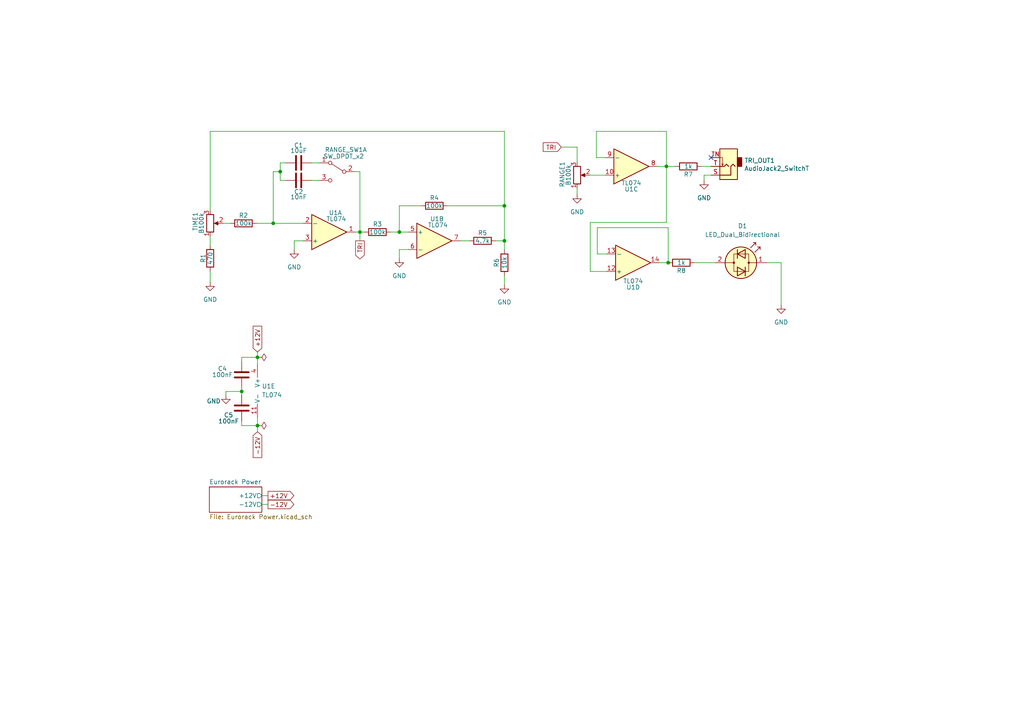
<source format=kicad_sch>
(kicad_sch (version 20211123) (generator eeschema)
  (paper "A4")
  (title_block (title "MiniLFO") (rev "v1.0"))
  (lib_symbols
    (symbol "Amplifier_Operational:TL074" (pin_names (offset 0.127))
      (property "Reference" "U" (at 0 5.08 0))
      (property "Value" "TL074" (at 0 -5.08 0))
      (symbol "TL074_1_1"
        (polyline (pts (xy -5.08 5.08) (xy 5.08 0) (xy -5.08 -5.08) (xy -5.08 5.08)) (stroke (width 0.254)) (fill (type background)))
        (pin output line (at 7.62 0 180) (length 2.54) (name "~") (number "1"))
        (pin input line (at -7.62 -2.54 0) (length 2.54) (name "-") (number "2"))
        (pin input line (at -7.62 2.54 0) (length 2.54) (name "+") (number "3"))
      )
      (symbol "TL074_2_1"
        (polyline (pts (xy -5.08 5.08) (xy 5.08 0) (xy -5.08 -5.08) (xy -5.08 5.08)) (stroke (width 0.254)) (fill (type background)))
        (pin input line (at -7.62 2.54 0) (length 2.54) (name "+") (number "5"))
        (pin input line (at -7.62 -2.54 0) (length 2.54) (name "-") (number "6"))
        (pin output line (at 7.62 0 180) (length 2.54) (name "~") (number "7"))
      )
      (symbol "TL074_3_1"
        (polyline (pts (xy -5.08 5.08) (xy 5.08 0) (xy -5.08 -5.08) (xy -5.08 5.08)) (stroke (width 0.254)) (fill (type background)))
        (pin input line (at -7.62 2.54 0) (length 2.54) (name "+") (number "10"))
        (pin output line (at 7.62 0 180) (length 2.54) (name "~") (number "8"))
        (pin input line (at -7.62 -2.54 0) (length 2.54) (name "-") (number "9"))
      )
      (symbol "TL074_4_1"
        (polyline (pts (xy -5.08 5.08) (xy 5.08 0) (xy -5.08 -5.08) (xy -5.08 5.08)) (stroke (width 0.254)) (fill (type background)))
        (pin input line (at -7.62 2.54 0) (length 2.54) (name "+") (number "12"))
        (pin input line (at -7.62 -2.54 0) (length 2.54) (name "-") (number "13"))
        (pin output line (at 7.62 0 180) (length 2.54) (name "~") (number "14"))
      )
      (symbol "TL074_5_1"
        (pin power_in line (at -2.54 -7.62 90) (length 3.81) (name "V-") (number "11"))
        (pin power_in line (at -2.54 7.62 270) (length 3.81) (name "V+") (number "4"))
      )
    )
    (symbol "Connector:AudioJack2_SwitchT"
      (property "Reference" "J" (at 0 8.89 0))
      (property "Value" "AudioJack2_SwitchT" (at 0 6.35 0))
      (symbol "AudioJack2_SwitchT_0_1"
        (rectangle (start -2.54 0) (end -3.81 -2.54) (stroke (width 0.254)) (fill (type outline)))
        (polyline (pts (xy 1.778 -0.254) (xy 2.032 -0.762)))
        (polyline (pts (xy 0 0) (xy 0.635 -0.635) (xy 1.27 0) (xy 2.54 0)) (stroke (width 0.254)))
        (polyline (pts (xy 2.54 -2.54) (xy 1.778 -2.54) (xy 1.778 -0.254) (xy 1.524 -0.762)))
        (polyline (pts (xy 2.54 2.54) (xy -0.635 2.54) (xy -0.635 0) (xy -1.27 -0.635) (xy -1.905 0)) (stroke (width 0.254)))
        (rectangle (start 2.54 3.81) (end -2.54 -5.08) (stroke (width 0.254)) (fill (type background)))
      )
      (symbol "AudioJack2_SwitchT_1_1"
        (pin passive line (at 5.08 2.54 180) (length 2.54) (name "~") (number "S"))
        (pin passive line (at 5.08 0 180) (length 2.54) (name "~") (number "T"))
        (pin passive line (at 5.08 -2.54 180) (length 2.54) (name "~") (number "TN"))
      )
    )
    (symbol "Device:C" (pin_numbers hide) (pin_names (offset 0.254))
      (property "Reference" "C" (at 0.635 2.54 0))
      (property "Value" "C" (at 0.635 -2.54 0))
      (symbol "C_0_1"
        (polyline (pts (xy -2.032 -0.762) (xy 2.032 -0.762)) (stroke (width 0.508)))
        (polyline (pts (xy -2.032 0.762) (xy 2.032 0.762)) (stroke (width 0.508)))
      )
      (symbol "C_1_1"
        (pin passive line (at 0 3.81 270) (length 2.794) (name "~") (number "1"))
        (pin passive line (at 0 -3.81 90) (length 2.794) (name "~") (number "2"))
      )
    )
    (symbol "Device:LED_Dual_Bidirectional" (pin_names (offset 0) hide)
      (property "Reference" "D" (at 0 5.715 0))
      (property "Value" "LED_Dual_Bidirectional" (at 0 -6.35 0))
      (symbol "LED_Dual_Bidirectional_0_1"
        (circle (center -2.032 0) (radius 0.254) (fill (type outline)))
        (polyline (pts (xy -4.572 0) (xy -2.54 0)))
        (polyline (pts (xy -2.032 0) (xy -2.54 0)))
        (polyline (pts (xy -1.016 3.81) (xy -1.016 1.27)) (stroke (width 0.254)))
        (polyline (pts (xy 1.27 -1.27) (xy 1.27 -3.81)) (stroke (width 0.254)))
        (polyline (pts (xy 4.064 0) (xy 2.286 0)) (fill (type outline)))
        (polyline (pts (xy 4.318 5.842) (xy 4.318 5.08)) (stroke (width 0.2032)))
        (polyline (pts (xy 5.588 4.572) (xy 5.588 3.81)) (stroke (width 0.2032)))
        (polyline (pts (xy 2.794 4.318) (xy 4.318 5.842) (xy 3.556 5.842)) (stroke (width 0.2032)))
        (polyline (pts (xy 4.064 3.048) (xy 5.588 4.572) (xy 4.826 4.572)) (stroke (width 0.2032)))
        (polyline (pts (xy -1.016 -1.27) (xy -1.016 -3.81) (xy 1.27 -2.54) (xy -1.016 -1.27)) (stroke (width 0.254)))
        (polyline (pts (xy 1.27 3.81) (xy 1.27 1.27) (xy -1.016 2.54) (xy 1.27 3.81)) (stroke (width 0.254)))
        (polyline (pts (xy 2.286 2.54) (xy -2.032 2.54) (xy -2.032 -2.54) (xy 2.286 -2.54) (xy 2.286 2.54)))
        (circle (center 0 0) (radius 4.572) (stroke (width 0.254)) (fill (type background)))
        (circle (center 2.286 0) (radius 0.254) (fill (type outline)))
      )
      (symbol "LED_Dual_Bidirectional_1_1"
        (pin input line (at 7.62 0 180) (length 3.81) (name "KA") (number "1"))
        (pin input line (at -7.62 0 0) (length 3.048) (name "AK") (number "2"))
      )
    )
    (symbol "Device:R" (pin_numbers hide) (pin_names (offset 0))
      (property "Reference" "R" (at 2.032 0 90))
      (property "Value" "R" (at 0 0 90))
      (symbol "R_0_1"
        (rectangle (start -1.016 -2.54) (end 1.016 2.54) (stroke (width 0.254)))
      )
      (symbol "R_1_1"
        (pin passive line (at 0 3.81 270) (length 1.27) (name "~") (number "1"))
        (pin passive line (at 0 -3.81 90) (length 1.27) (name "~") (number "2"))
      )
    )
    (symbol "Device:R_Potentiometer" (pin_names (offset 1.016) hide)
      (property "Reference" "RV" (at -4.445 0 90))
      (property "Value" "R_Potentiometer" (at -2.54 0 90))
      (symbol "R_Potentiometer_0_1"
        (polyline (pts (xy 2.54 0) (xy 1.524 0)))
        (polyline (pts (xy 1.143 0) (xy 2.286 0.508) (xy 2.286 -0.508) (xy 1.143 0)) (fill (type outline)))
        (rectangle (start 1.016 2.54) (end -1.016 -2.54) (stroke (width 0.254)))
      )
      (symbol "R_Potentiometer_1_1"
        (pin passive line (at 0 3.81 270) (length 1.27) (name "1") (number "1"))
        (pin passive line (at 3.81 0 180) (length 1.27) (name "2") (number "2"))
        (pin passive line (at 0 -3.81 90) (length 1.27) (name "3") (number "3"))
      )
    )
    (symbol "Switch:SW_DPDT_x2" (pin_names (offset 0) hide)
      (property "Reference" "SW" (at 0 4.318 0))
      (property "Value" "SW_DPDT_x2" (at 0 -5.08 0))
      (symbol "SW_DPDT_x2_0_0"
        (circle (center -2.032 0) (radius 0.508))
        (circle (center 2.032 -2.54) (radius 0.508))
      )
      (symbol "SW_DPDT_x2_0_1"
        (polyline (pts (xy -1.524 0.254) (xy 1.651 2.286)))
        (circle (center 2.032 2.54) (radius 0.508))
      )
      (symbol "SW_DPDT_x2_1_1"
        (pin passive line (at 5.08 2.54 180) (length 2.54) (name "A") (number "1"))
        (pin passive line (at -5.08 0 0) (length 2.54) (name "B") (number "2"))
        (pin passive line (at 5.08 -2.54 180) (length 2.54) (name "C") (number "3"))
      )
      (symbol "SW_DPDT_x2_2_1"
        (pin passive line (at 5.08 2.54 180) (length 2.54) (name "A") (number "4"))
        (pin passive line (at -5.08 0 0) (length 2.54) (name "B") (number "5"))
        (pin passive line (at 5.08 -2.54 180) (length 2.54) (name "C") (number "6"))
      )
    )
    (symbol "power:GND" (power) (pin_names (offset 0))
      (property "Value" "GND" (at 0 -3.81 0))
      (symbol "GND_0_1"
        (polyline (pts (xy 0 0) (xy 0 -1.27) (xy 1.27 -1.27) (xy 0 -2.54) (xy -1.27 -1.27) (xy 0 -1.27)))
      )
      (symbol "GND_1_1"
        (pin power_in line (at 0 0 270) (length 0) hide (name "GND") (number "1"))
      )
    )
    (symbol "power:PWR_FLAG" (power) (pin_numbers hide) (pin_names (offset 0) hide)
      (property "Value" "PWR_FLAG" (at 0 3.81 0))
      (symbol "PWR_FLAG_0_0"
        (pin power_out line (at 0 0 90) (length 0) (name "pwr") (number "1"))
      )
      (symbol "PWR_FLAG_0_1"
        (polyline (pts (xy 0 0) (xy 0 1.27) (xy -1.016 1.905) (xy 0 2.54) (xy 1.016 1.905) (xy 0 1.27)))
      )
    )
  )
  (junction (at 79.248 64.77))
  (junction (at 104.394 67.31))
  (junction (at 74.676 103.632))
  (junction (at 146.304 59.69))
  (junction (at 81.28 49.784))
  (junction (at 146.304 69.85))
  (junction (at 193.294 48.26))
  (junction (at 115.824 67.31))
  (junction (at 193.802 76.2))
  (junction (at 70.104 113.538))
  (junction (at 74.676 123.444))
  (no_connect (at 206.248 45.72))
  (wire (pts (xy 146.304 59.69) (xy 146.304 38.1)))
  (wire (pts (xy 115.824 72.39) (xy 118.364 72.39)))
  (wire (pts (xy 75.946 146.304) (xy 77.724 146.304)))
  (wire (pts (xy 146.304 59.69) (xy 146.304 69.85)))
  (wire (pts (xy 113.284 67.31) (xy 115.824 67.31)))
  (wire (pts (xy 190.754 48.26) (xy 193.294 48.26)))
  (wire (pts (xy 171.196 78.74) (xy 176.022 78.74)))
  (wire (pts (xy 65.532 113.538) (xy 65.532 114.554)))
  (wire (pts (xy 146.304 69.85) (xy 146.304 72.39)))
  (wire (pts (xy 193.802 66.04) (xy 173.228 66.04)))
  (wire (pts (xy 222.504 76.2) (xy 226.568 76.2)))
  (wire (pts (xy 74.676 103.632) (xy 74.676 105.664)))
  (wire (pts (xy 167.386 54.61) (xy 167.386 56.388)))
  (wire (pts (xy 81.28 47.244) (xy 81.28 49.784)))
  (wire (pts (xy 74.422 64.77) (xy 79.248 64.77)))
  (wire (pts (xy 85.344 69.85) (xy 85.344 72.39)))
  (wire (pts (xy 60.96 78.74) (xy 60.96 81.788)))
  (wire (pts (xy 102.87 49.784) (xy 104.394 49.784)))
  (wire (pts (xy 206.248 50.8) (xy 204.216 50.8)))
  (wire (pts (xy 70.104 112.522) (xy 70.104 113.538)))
  (wire (pts (xy 79.248 64.77) (xy 87.884 64.77)))
  (wire (pts (xy 167.386 42.672) (xy 167.386 46.99)))
  (wire (pts (xy 133.604 69.85) (xy 136.144 69.85)))
  (wire (pts (xy 193.294 48.26) (xy 195.834 48.26)))
  (wire (pts (xy 122.174 59.69) (xy 115.824 59.69)))
  (wire (pts (xy 129.794 59.69) (xy 146.304 59.69)))
  (wire (pts (xy 70.104 113.538) (xy 70.104 114.554)))
  (wire (pts (xy 103.124 67.31) (xy 104.394 67.31)))
  (wire (pts (xy 75.946 143.764) (xy 77.724 143.764)))
  (wire (pts (xy 204.216 50.8) (xy 204.216 52.324)))
  (wire (pts (xy 191.262 76.2) (xy 193.802 76.2)))
  (wire (pts (xy 193.294 38.1) (xy 172.974 38.1)))
  (wire (pts (xy 162.814 42.672) (xy 167.386 42.672)))
  (wire (pts (xy 70.104 113.538) (xy 65.532 113.538)))
  (wire (pts (xy 81.28 52.324) (xy 82.804 52.324)))
  (wire (pts (xy 87.884 69.85) (xy 85.344 69.85)))
  (wire (pts (xy 172.974 38.1) (xy 172.974 45.72)))
  (wire (pts (xy 193.802 76.2) (xy 193.802 66.04)))
  (wire (pts (xy 74.676 120.904) (xy 74.676 123.444)))
  (wire (pts (xy 203.454 48.26) (xy 206.248 48.26)))
  (wire (pts (xy 79.248 49.784) (xy 81.28 49.784)))
  (wire (pts (xy 60.96 38.1) (xy 60.96 60.96)))
  (wire (pts (xy 115.824 74.93) (xy 115.824 72.39)))
  (wire (pts (xy 193.294 64.516) (xy 171.196 64.516)))
  (wire (pts (xy 81.28 47.244) (xy 82.804 47.244)))
  (wire (pts (xy 146.304 38.1) (xy 60.96 38.1)))
  (wire (pts (xy 201.422 76.2) (xy 207.264 76.2)))
  (wire (pts (xy 81.28 49.784) (xy 81.28 52.324)))
  (wire (pts (xy 74.676 102.108) (xy 74.676 103.632)))
  (wire (pts (xy 226.568 76.2) (xy 226.568 88.392)))
  (wire (pts (xy 115.824 67.31) (xy 118.364 67.31)))
  (wire (pts (xy 74.676 123.444) (xy 74.676 125.222)))
  (wire (pts (xy 90.424 47.244) (xy 92.71 47.244)))
  (wire (pts (xy 146.304 80.01) (xy 146.304 82.55)))
  (wire (pts (xy 70.104 103.632) (xy 74.676 103.632)))
  (wire (pts (xy 70.104 122.174) (xy 70.104 123.444)))
  (wire (pts (xy 173.228 66.04) (xy 173.228 73.66)))
  (wire (pts (xy 115.824 59.69) (xy 115.824 67.31)))
  (wire (pts (xy 146.304 69.85) (xy 143.764 69.85)))
  (wire (pts (xy 104.394 67.31) (xy 105.664 67.31)))
  (wire (pts (xy 70.104 123.444) (xy 74.676 123.444)))
  (wire (pts (xy 60.96 68.58) (xy 60.96 71.12)))
  (wire (pts (xy 173.228 73.66) (xy 176.022 73.66)))
  (wire (pts (xy 64.77 64.77) (xy 66.802 64.77)))
  (wire (pts (xy 172.974 45.72) (xy 175.514 45.72)))
  (wire (pts (xy 104.394 67.31) (xy 104.394 69.85)))
  (wire (pts (xy 79.248 49.784) (xy 79.248 64.77)))
  (wire (pts (xy 70.104 104.902) (xy 70.104 103.632)))
  (wire (pts (xy 104.394 49.784) (xy 104.394 67.31)))
  (wire (pts (xy 90.424 52.324) (xy 92.71 52.324)))
  (wire (pts (xy 171.196 64.516) (xy 171.196 78.74)))
  (wire (pts (xy 193.294 48.26) (xy 193.294 38.1)))
  (wire (pts (xy 193.294 48.26) (xy 193.294 64.516)))
  (wire (pts (xy 171.196 50.8) (xy 175.514 50.8)))
  (global_label "+12V" (shape output) (at 77.724 143.764 0) (property "Intersheet References" "${INTERSHEET_REFS}" (effects hide)))
  (global_label "TRI" (shape output) (at 104.394 69.85 270) (property "Intersheet References" "${INTERSHEET_REFS}" (effects hide)))
  (global_label "+12V" (shape input) (at 74.676 102.108 90) (property "Intersheet References" "${INTERSHEET_REFS}" (effects hide)))
  (global_label "-12V" (shape input) (at 74.676 125.222 270) (property "Intersheet References" "${INTERSHEET_REFS}" (effects hide)))
  (global_label "TRI" (shape input) (at 162.814 42.672 180) (property "Intersheet References" "${INTERSHEET_REFS}" (effects hide)))
  (global_label "-12V" (shape output) (at 77.724 146.304 0) (property "Intersheet References" "${INTERSHEET_REFS}" (effects hide)))
  (symbol (lib_id "power:GND") (at 146.304 82.55 0) (unit 1)
    (property "Reference" "#PWR04" (effects hide))
    (property "Value" "GND" (at 146.304 87.63 0))
  )
  (symbol (lib_id "power:PWR_FLAG") (at 74.676 123.444 270) (unit 1)
    (property "Reference" "#FLG0102" (effects hide))
    (property "Value" "PWR_FLAG" (effects hide))
  )
  (symbol (lib_id "Device:R") (at 109.474 67.31 90) (unit 1)
    (property "Reference" "R3" (at 109.474 65.024 90))
    (property "Value" "100k" (at 109.474 67.31 90))
    (property "Footprint" "Resistor_SMD:R_0603_1608Metric_Pad0.98x0.95mm_HandSolder" (effects hide))
  )
  (symbol (lib_id "Amplifier_Operational:TL074") (at 183.642 76.2 0) (mirror x) (unit 4)
    (property "Reference" "U1" (at 183.642 83.312 0))
    (property "Value" "TL074" (at 183.642 81.534 0))
    (property "Footprint" "Package_SO:SOIC-14_3.9x8.7mm_P1.27mm" (effects hide))
    (property "Datasheet" "http://www.ti.com/lit/ds/symlink/tl071.pdf" (effects hide))
  )
  (symbol (lib_id "power:GND") (at 204.216 52.324 0) (unit 1)
    (property "Reference" "#PWR05" (effects hide))
    (property "Value" "GND" (at 204.216 57.404 0))
  )
  (symbol (lib_id "Device:R") (at 146.304 76.2 180) (unit 1)
    (property "Reference" "R6" (at 144.018 76.2 90))
    (property "Value" "10k" (at 146.304 76.2 90))
    (property "Footprint" "Resistor_SMD:R_0603_1608Metric_Pad0.98x0.95mm_HandSolder" (effects hide))
  )
  (symbol (lib_id "power:GND") (at 115.824 74.93 0) (unit 1)
    (property "Reference" "#PWR03" (effects hide))
    (property "Value" "GND" (at 115.824 80.01 0))
  )
  (symbol (lib_id "Device:R") (at 139.954 69.85 90) (unit 1)
    (property "Reference" "R5" (at 139.954 67.564 90))
    (property "Value" "4.7k" (at 139.954 69.85 90))
    (property "Footprint" "Resistor_SMD:R_0603_1608Metric_Pad0.98x0.95mm_HandSolder" (effects hide))
  )
  (symbol (lib_id "power:GND") (at 85.344 72.39 0) (unit 1)
    (property "Reference" "#PWR02" (effects hide))
    (property "Value" "GND" (at 85.344 77.47 0))
  )
  (symbol (lib_id "Device:R_Potentiometer") (at 167.386 50.8 0) (mirror x) (unit 1)
    (property "Reference" "RANGE1" (at 163.068 54.356 90) (effects (justify right)))
    (property "Value" "B100k" (at 164.846 53.848 90) (effects (justify right)))
    (property "Footprint" "benjiaomodular:Potentiometer_RV09" (effects hide))
  )
  (symbol (lib_id "Device:R") (at 125.984 59.69 90) (unit 1)
    (property "Reference" "R4" (at 125.984 57.404 90))
    (property "Value" "100k" (at 125.984 59.69 90))
    (property "Footprint" "Resistor_SMD:R_0603_1608Metric_Pad0.98x0.95mm_HandSolder" (effects hide))
  )
  (symbol (lib_id "Amplifier_Operational:TL074") (at 125.984 69.85 0) (unit 2)
    (property "Reference" "U1" (at 126.746 63.5 0))
    (property "Value" "TL074" (at 127 65.278 0))
    (property "Footprint" "Package_SO:SOIC-14_3.9x8.7mm_P1.27mm" (effects hide))
    (property "Datasheet" "http://www.ti.com/lit/ds/symlink/tl071.pdf" (effects hide))
  )
  (symbol (lib_id "Device:C") (at 70.104 108.712 180) (unit 1)
    (property "Reference" "C4" (at 64.516 106.934 0))
    (property "Value" "100nF" (at 64.516 108.712 0))
    (property "Footprint" "Capacitor_SMD:C_0603_1608Metric_Pad1.08x0.95mm_HandSolder" (effects hide))
  )
  (symbol (lib_id "power:GND") (at 60.96 81.788 0) (unit 1)
    (property "Reference" "#PWR01" (effects hide))
    (property "Value" "GND" (at 60.96 86.868 0))
  )
  (symbol (lib_id "Device:R_Potentiometer") (at 60.96 64.77 0) (mirror x) (unit 1)
    (property "Reference" "TIME1" (at 56.642 67.056 90) (effects (justify right)))
    (property "Value" "B100k" (at 58.42 67.818 90) (effects (justify right)))
    (property "Footprint" "benjiaomodular:Potentiometer_RV09" (effects hide))
  )
  (symbol (lib_id "Device:R") (at 60.96 74.93 0) (unit 1)
    (property "Reference" "R1" (at 58.928 74.93 90))
    (property "Value" "470" (at 60.96 74.93 90))
    (property "Footprint" "Resistor_SMD:R_0603_1608Metric_Pad0.98x0.95mm_HandSolder" (effects hide))
  )
  (symbol (lib_id "Device:C") (at 86.614 47.244 90) (unit 1)
    (property "Reference" "C1" (at 86.614 42.164 90))
    (property "Value" "10uF" (at 86.614 43.688 90))
    (property "Footprint" "benjiaomodular:Capacitor_Radial_D5.0mm_P2.5mm" (effects hide))
  )
  (symbol (lib_id "Device:R") (at 70.612 64.77 90) (unit 1)
    (property "Reference" "R2" (at 70.612 62.484 90))
    (property "Value" "100k" (at 70.612 64.77 90))
    (property "Footprint" "Resistor_SMD:R_0603_1608Metric_Pad0.98x0.95mm_HandSolder" (effects hide))
  )
  (symbol (lib_id "power:GND") (at 226.568 88.392 0) (unit 1)
    (property "Reference" "#PWR0105" (effects hide))
    (property "Value" "GND" (at 226.568 93.472 0))
  )
  (symbol (lib_id "Amplifier_Operational:TL074") (at 183.134 48.26 0) (mirror x) (unit 3)
    (property "Reference" "U1" (at 183.134 54.864 0))
    (property "Value" "TL074" (at 183.134 53.086 0))
    (property "Footprint" "Package_SO:SOIC-14_3.9x8.7mm_P1.27mm" (effects hide))
    (property "Datasheet" "http://www.ti.com/lit/ds/symlink/tl071.pdf" (effects hide))
  )
  (symbol (lib_id "Amplifier_Operational:TL074") (at 77.216 113.284 0) (unit 5)
    (property "Reference" "U1" (at 75.946 112.0139 0) (effects (justify left)))
    (property "Value" "TL074" (at 75.946 114.5539 0) (effects (justify left)))
    (property "Footprint" "Package_SO:SOIC-14_3.9x8.7mm_P1.27mm" (effects hide))
    (property "Datasheet" "http://www.ti.com/lit/ds/symlink/tl071.pdf" (effects hide))
  )
  (symbol (lib_id "power:GND") (at 167.386 56.388 0) (unit 1)
    (property "Reference" "#PWR0101" (effects hide))
    (property "Value" "GND" (at 167.386 61.468 0))
  )
  (symbol (lib_id "Device:R") (at 199.644 48.26 270) (unit 1)
    (property "Reference" "R7" (at 199.644 50.546 90))
    (property "Value" "1k" (at 199.644 48.26 90))
    (property "Footprint" "Resistor_SMD:R_0603_1608Metric_Pad0.98x0.95mm_HandSolder" (effects hide))
  )
  (symbol (lib_id "Device:R") (at 197.612 76.2 270) (unit 1)
    (property "Reference" "R8" (at 197.612 78.486 90))
    (property "Value" "1k" (at 197.612 76.2 90))
    (property "Footprint" "Resistor_SMD:R_0603_1608Metric_Pad0.98x0.95mm_HandSolder" (effects hide))
  )
  (symbol (lib_id "Amplifier_Operational:TL074") (at 95.504 67.31 0) (mirror x) (unit 1)
    (property "Reference" "U1" (at 97.282 61.722 0))
    (property "Value" "TL074" (at 97.536 63.5 0))
    (property "Footprint" "Package_SO:SOIC-14_3.9x8.7mm_P1.27mm" (effects hide))
    (property "Datasheet" "http://www.ti.com/lit/ds/symlink/tl071.pdf" (effects hide))
  )
  (symbol (lib_id "Device:LED_Dual_Bidirectional") (at 214.884 76.2 0) (unit 1)
    (property "Reference" "D1" (at 215.3793 65.532 0))
    (property "Value" "LED_Dual_Bidirectional" (at 215.3793 68.072 0))
    (property "Footprint" "LED_THT:LED_D3.0mm" (effects hide))
  )
  (symbol (lib_id "Connector:AudioJack2_SwitchT") (at 211.328 48.26 180) (unit 1)
    (property "Reference" "TRI_OUT1" (at 215.8746 46.5582 0) (effects (justify right)))
    (property "Value" "AudioJack2_SwitchT" (at 215.8746 48.8696 0) (effects (justify right)))
    (property "Footprint" "benjiaomodular:AudioJack_3.5mm" (effects hide))
    (property "Type" "Thru-hole" (effects hide))
    (property "Manufacturers Name" "Tayda Electronics" (effects hide))
    (property "Manufacturers Part Number" "PJ-3001F" (effects hide))
    (property "Mfg #" "PJ-3001F" (effects hide))
    (property "Part Description" "PJ-3001F 3.5mm Mono Phone Jack" (effects hide))
  )
  (symbol (lib_id "power:GND") (at 65.532 114.554 0) (unit 1)
    (property "Reference" "#PWR07" (effects hide))
    (property "Value" "GND" (at 61.976 116.332 0))
  )
  (symbol (lib_id "Switch:SW_DPDT_x2") (at 97.79 49.784 0) (mirror y) (unit 1)
    (property "Reference" "RANGE_SW1" (at 100.33 43.434 0))
    (property "Value" "SW_DPDT_x2" (at 99.695 45.339 0))
    (property "Footprint" "benjiaomodular:ToggleSwitch_MTS-202_DPDT" (effects hide))
  )
  (symbol (lib_id "Device:C") (at 70.104 118.364 180) (unit 1)
    (property "Reference" "C5" (at 66.294 120.396 0))
    (property "Value" "100nF" (at 66.294 122.174 0))
    (property "Footprint" "Capacitor_SMD:C_0603_1608Metric_Pad1.08x0.95mm_HandSolder" (effects hide))
  )
  (symbol (lib_id "power:PWR_FLAG") (at 74.676 103.632 270) (unit 1)
    (property "Reference" "#FLG0101" (effects hide))
    (property "Value" "PWR_FLAG" (effects hide))
  )
  (symbol (lib_id "Device:C") (at 86.614 52.324 90) (unit 1)
    (property "Reference" "C2" (at 86.614 55.626 90))
    (property "Value" "10nF" (at 86.614 57.15 90))
    (property "Footprint" "benjiaomodular:Capacitor_Rect_L7.2mm_W2.5mm_P5.00mm" (effects hide))
  )
  (sheet (at 60.706 141.224) (size 15.24 7.366) (stroke (width 0.1524))
    (property "Sheet name" "Eurorack Power" (at 60.706 140.5124 0) (effects (justify left bottom)))
    (property "Sheet file" "Eurorack Power.kicad_sch" (at 60.706 149.1746 0) (effects (justify left top)))
    (pin "+12V" output (at 75.946 143.764 0))
    (pin "-12V" output (at 75.946 146.304 0))
  )
)
</source>
